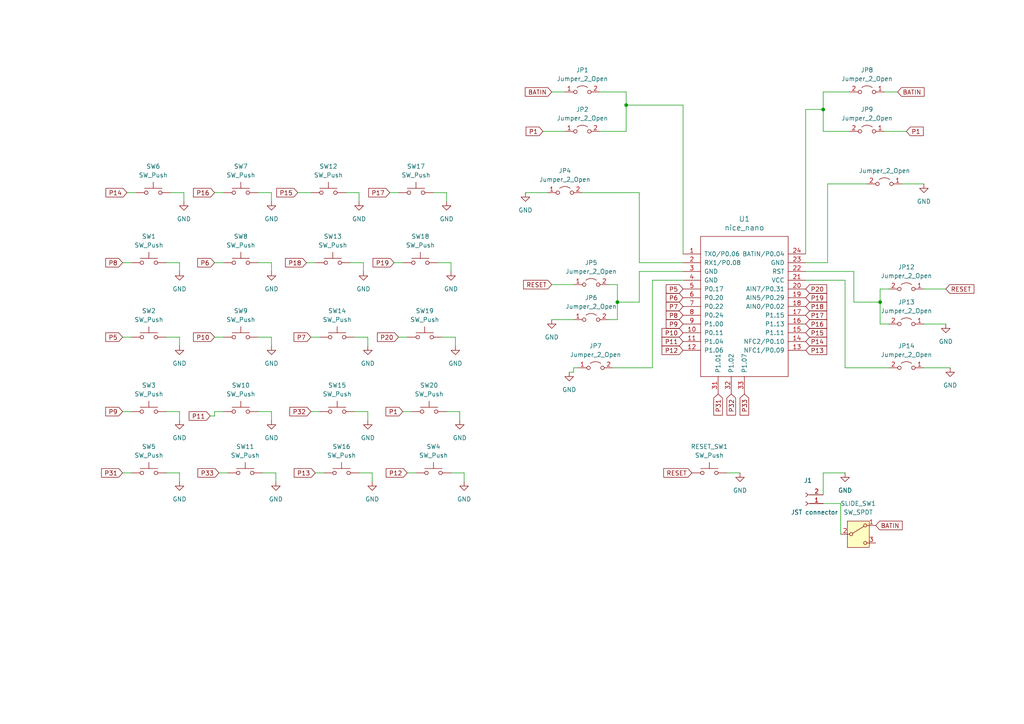
<source format=kicad_sch>
(kicad_sch (version 20230121) (generator eeschema)
  (paper "A4")
  (lib_symbols
    (symbol "Connector:Conn_01x02_Female" (pin_names (offset 1.016) hide)
      (property "Reference" "J" (at 0 2.54 0))
      (property "Value" "Conn_01x02_Female" (at 0 -5.08 0))
      (symbol "Conn_01x02_Female_1_1"
        (arc (start 0 -2.032) (mid -0.5058 -2.54) (end 0 -3.048) (stroke (width 0.1524)))
        (polyline (pts (xy -1.27 -2.54) (xy -0.508 -2.54)) (stroke (width 0.1524)))
        (polyline (pts (xy -1.27 0) (xy -0.508 0)) (stroke (width 0.1524)))
        (arc (start 0 0.508) (mid -0.5058 0) (end 0 -0.508) (stroke (width 0.1524)))
        (pin passive line (at -5.08 0 0) (length 3.81) (name "Pin_1") (number "1"))
        (pin passive line (at -5.08 -2.54 0) (length 3.81) (name "Pin_2") (number "2"))
      )
    )
    (symbol "Jumper:Jumper_2_Open" (pin_names (offset 0) hide)
      (property "Reference" "JP" (at 0 2.794 0))
      (property "Value" "Jumper_2_Open" (at 0 -2.286 0))
      (symbol "Jumper_2_Open_0_0"
        (circle (center -2.032 0) (radius 0.508))
        (circle (center 2.032 0) (radius 0.508))
      )
      (symbol "Jumper_2_Open_0_1"
        (arc (start 1.524 1.27) (mid 0 1.778) (end -1.524 1.27))
      )
      (symbol "Jumper_2_Open_1_1"
        (pin passive line (at -5.08 0 0) (length 2.54) (name "A") (number "1"))
        (pin passive line (at 5.08 0 180) (length 2.54) (name "B") (number "2"))
      )
    )
    (symbol "Switch:SW_Push" (pin_numbers hide) (pin_names (offset 1.016) hide)
      (property "Reference" "SW" (at 1.27 2.54 0))
      (property "Value" "SW_Push" (at 0 -1.524 0))
      (symbol "SW_Push_0_1"
        (circle (center -2.032 0) (radius 0.508))
        (polyline (pts (xy 0 1.27) (xy 0 3.048)))
        (polyline (pts (xy 2.54 1.27) (xy -2.54 1.27)))
        (circle (center 2.032 0) (radius 0.508))
        (pin passive line (at -5.08 0 0) (length 2.54) (name "1") (number "1"))
        (pin passive line (at 5.08 0 180) (length 2.54) (name "2") (number "2"))
      )
    )
    (symbol "Switch:SW_SPDT" (pin_names (offset 0) hide)
      (property "Reference" "SW" (at 0 5.08 0))
      (property "Value" "SW_SPDT" (at 0 -5.08 0))
      (symbol "SW_SPDT_0_1"
        (circle (center -2.032 0) (radius 0.4572))
        (polyline (pts (xy -1.651 0.254) (xy 1.651 2.286)))
        (circle (center 2.032 -2.54) (radius 0.4572))
        (circle (center 2.032 2.54) (radius 0.4572))
      )
      (symbol "SW_SPDT_1_1"
        (rectangle (start -3.175 3.81) (end 3.175 -3.81) (fill (type background)))
        (pin passive line (at 5.08 2.54 180) (length 2.54) (name "A") (number "1"))
        (pin passive line (at -5.08 0 0) (length 2.54) (name "B") (number "2"))
        (pin passive line (at 5.08 -2.54 180) (length 2.54) (name "C") (number "3"))
      )
    )
    (symbol "nice_nano:nice_nano" (pin_names (offset 1.016))
      (property "Reference" "U" (at 0 0 0))
      (property "Value" "nice_nano" (at 0 2.54 0))
      (symbol "nice_nano_0_1"
        (rectangle (start -12.7 -21.59) (end 12.7 19.05))
      )
      (symbol "nice_nano_1_1"
        (pin input line (at -17.78 13.97 0) (length 5.08) (name "TX0/P0.06") (number "1"))
        (pin input line (at -17.78 -8.89 0) (length 5.08) (name "P0.11") (number "10"))
        (pin input line (at -17.78 -11.43 0) (length 5.08) (name "P1.04") (number "11"))
        (pin input line (at -17.78 -13.97 0) (length 5.08) (name "P1.06") (number "12"))
        (pin input line (at 17.78 -13.97 180) (length 5.08) (name "NFC1/P0.09") (number "13"))
        (pin input line (at 17.78 -11.43 180) (length 5.08) (name "NFC2/P0.10") (number "14"))
        (pin input line (at 17.78 -8.89 180) (length 5.08) (name "P1.11") (number "15"))
        (pin input line (at 17.78 -6.35 180) (length 5.08) (name "P1.13") (number "16"))
        (pin input line (at 17.78 -3.81 180) (length 5.08) (name "P1.15") (number "17"))
        (pin input line (at 17.78 -1.27 180) (length 5.08) (name "AIN0/P0.02") (number "18"))
        (pin input line (at 17.78 1.27 180) (length 5.08) (name "AIN5/P0.29") (number "19"))
        (pin input line (at -17.78 11.43 0) (length 5.08) (name "RX1/P0.08") (number "2"))
        (pin input line (at 17.78 3.81 180) (length 5.08) (name "AIN7/P0.31") (number "20"))
        (pin input line (at 17.78 6.35 180) (length 5.08) (name "VCC") (number "21"))
        (pin input line (at 17.78 8.89 180) (length 5.08) (name "RST") (number "22"))
        (pin input line (at 17.78 11.43 180) (length 5.08) (name "GND") (number "23"))
        (pin input line (at 17.78 13.97 180) (length 5.08) (name "BATIN/P0.04") (number "24"))
        (pin input line (at -17.78 8.89 0) (length 5.08) (name "GND") (number "3"))
        (pin input line (at -7.62 -26.67 90) (length 5.08) (name "P1.01") (number "31"))
        (pin input line (at -3.81 -26.67 90) (length 5.08) (name "P1.02") (number "32"))
        (pin input line (at 0 -26.67 90) (length 5.08) (name "P1.07") (number "33"))
        (pin input line (at -17.78 6.35 0) (length 5.08) (name "GND") (number "4"))
        (pin input line (at -17.78 3.81 0) (length 5.08) (name "P0.17") (number "5"))
        (pin input line (at -17.78 1.27 0) (length 5.08) (name "P0.20") (number "6"))
        (pin input line (at -17.78 -1.27 0) (length 5.08) (name "P0.22") (number "7"))
        (pin input line (at -17.78 -3.81 0) (length 5.08) (name "P0.24") (number "8"))
        (pin input line (at -17.78 -6.35 0) (length 5.08) (name "P1.00") (number "9"))
      )
    )
    (symbol "power:GND" (power) (pin_names (offset 0))
      (property "Value" "GND" (at 0 -3.81 0))
      (symbol "GND_0_1"
        (polyline (pts (xy 0 0) (xy 0 -1.27) (xy 1.27 -1.27) (xy 0 -2.54) (xy -1.27 -1.27) (xy 0 -1.27)))
      )
      (symbol "GND_1_1"
        (pin power_in line (at 0 0 270) (length 0) hide (name "GND") (number "1"))
      )
    )
  )
  (junction (at 181.61 30.48))
  (junction (at 179.07 87.63))
  (junction (at 238.76 31.75))
  (junction (at 255.27 87.63))
  (wire (pts (xy 181.61 26.67) (xy 181.61 30.48)))
  (wire (pts (xy 100.33 55.88) (xy 104.14 55.88)))
  (wire (pts (xy 173.99 38.1) (xy 181.61 38.1)))
  (wire (pts (xy 233.68 73.66) (xy 233.68 31.75)))
  (wire (pts (xy 102.87 119.38) (xy 106.68 119.38)))
  (wire (pts (xy 90.17 97.79) (xy 92.71 97.79)))
  (wire (pts (xy 238.76 143.51) (xy 238.76 137.16)))
  (wire (pts (xy 114.3 76.2) (xy 116.84 76.2)))
  (wire (pts (xy 129.54 55.88) (xy 129.54 58.42)))
  (wire (pts (xy 106.68 119.38) (xy 106.68 121.92)))
  (wire (pts (xy 35.56 76.2) (xy 38.1 76.2)))
  (wire (pts (xy 62.23 120.65) (xy 62.23 119.38)))
  (wire (pts (xy 233.68 31.75) (xy 238.76 31.75)))
  (wire (pts (xy 152.4 55.88) (xy 158.75 55.88)))
  (wire (pts (xy 52.07 137.16) (xy 52.07 139.7)))
  (wire (pts (xy 189.23 81.28) (xy 198.12 81.28)))
  (wire (pts (xy 238.76 137.16) (xy 245.11 137.16)))
  (wire (pts (xy 107.95 137.16) (xy 107.95 139.7)))
  (wire (pts (xy 198.12 73.66) (xy 198.12 30.48)))
  (wire (pts (xy 130.81 137.16) (xy 134.62 137.16)))
  (wire (pts (xy 134.62 137.16) (xy 134.62 139.7)))
  (wire (pts (xy 125.73 55.88) (xy 129.54 55.88)))
  (wire (pts (xy 52.07 97.79) (xy 52.07 100.33)))
  (wire (pts (xy 60.96 120.65) (xy 62.23 120.65)))
  (wire (pts (xy 49.53 55.88) (xy 53.34 55.88)))
  (wire (pts (xy 245.11 81.28) (xy 245.11 106.68)))
  (wire (pts (xy 91.44 137.16) (xy 93.98 137.16)))
  (wire (pts (xy 48.26 76.2) (xy 52.07 76.2)))
  (wire (pts (xy 62.23 119.38) (xy 64.77 119.38)))
  (wire (pts (xy 179.07 82.55) (xy 179.07 87.63)))
  (wire (pts (xy 166.37 106.68) (xy 167.64 106.68)))
  (wire (pts (xy 80.01 137.16) (xy 80.01 139.7)))
  (wire (pts (xy 128.27 97.79) (xy 132.08 97.79)))
  (wire (pts (xy 240.03 53.34) (xy 251.46 53.34)))
  (wire (pts (xy 86.36 55.88) (xy 90.17 55.88)))
  (wire (pts (xy 105.41 76.2) (xy 105.41 78.74)))
  (wire (pts (xy 53.34 55.88) (xy 53.34 58.42)))
  (wire (pts (xy 39.37 55.88) (xy 36.83 55.88)))
  (wire (pts (xy 198.12 76.2) (xy 185.42 76.2)))
  (wire (pts (xy 179.07 87.63) (xy 179.07 92.71)))
  (wire (pts (xy 238.76 146.05) (xy 243.84 146.05)))
  (wire (pts (xy 78.74 55.88) (xy 78.74 58.42)))
  (wire (pts (xy 129.54 119.38) (xy 133.35 119.38)))
  (wire (pts (xy 78.74 97.79) (xy 78.74 100.33)))
  (wire (pts (xy 90.17 119.38) (xy 92.71 119.38)))
  (wire (pts (xy 113.03 55.88) (xy 115.57 55.88)))
  (wire (pts (xy 247.65 87.63) (xy 247.65 78.74)))
  (wire (pts (xy 177.8 106.68) (xy 189.23 106.68)))
  (wire (pts (xy 78.74 119.38) (xy 78.74 121.92)))
  (wire (pts (xy 181.61 38.1) (xy 181.61 30.48)))
  (wire (pts (xy 78.74 76.2) (xy 78.74 78.74)))
  (wire (pts (xy 62.23 55.88) (xy 64.77 55.88)))
  (wire (pts (xy 115.57 97.79) (xy 118.11 97.79)))
  (wire (pts (xy 267.97 53.34) (xy 261.62 53.34)))
  (wire (pts (xy 132.08 97.79) (xy 132.08 100.33)))
  (wire (pts (xy 35.56 97.79) (xy 38.1 97.79)))
  (wire (pts (xy 255.27 87.63) (xy 255.27 93.98)))
  (wire (pts (xy 74.93 119.38) (xy 78.74 119.38)))
  (wire (pts (xy 35.56 137.16) (xy 38.1 137.16)))
  (wire (pts (xy 116.84 119.38) (xy 119.38 119.38)))
  (wire (pts (xy 233.68 78.74) (xy 247.65 78.74)))
  (wire (pts (xy 52.07 76.2) (xy 52.07 78.74)))
  (wire (pts (xy 101.6 76.2) (xy 105.41 76.2)))
  (wire (pts (xy 255.27 83.82) (xy 255.27 87.63)))
  (wire (pts (xy 185.42 87.63) (xy 179.07 87.63)))
  (wire (pts (xy 185.42 78.74) (xy 185.42 87.63)))
  (wire (pts (xy 63.5 137.16) (xy 66.04 137.16)))
  (wire (pts (xy 62.23 97.79) (xy 64.77 97.79)))
  (wire (pts (xy 165.1 107.95) (xy 166.37 107.95)))
  (wire (pts (xy 157.48 38.1) (xy 163.83 38.1)))
  (wire (pts (xy 189.23 106.68) (xy 189.23 81.28)))
  (wire (pts (xy 243.84 146.05) (xy 243.84 154.94)))
  (wire (pts (xy 106.68 97.79) (xy 106.68 100.33)))
  (wire (pts (xy 35.56 119.38) (xy 38.1 119.38)))
  (wire (pts (xy 262.89 38.1) (xy 256.54 38.1)))
  (wire (pts (xy 185.42 76.2) (xy 185.42 55.88)))
  (wire (pts (xy 233.68 81.28) (xy 245.11 81.28)))
  (wire (pts (xy 257.81 93.98) (xy 255.27 93.98)))
  (wire (pts (xy 238.76 26.67) (xy 238.76 31.75)))
  (wire (pts (xy 48.26 119.38) (xy 52.07 119.38)))
  (wire (pts (xy 240.03 76.2) (xy 240.03 53.34)))
  (wire (pts (xy 246.38 26.67) (xy 238.76 26.67)))
  (wire (pts (xy 76.2 137.16) (xy 80.01 137.16)))
  (wire (pts (xy 238.76 31.75) (xy 238.76 38.1)))
  (wire (pts (xy 176.53 92.71) (xy 179.07 92.71)))
  (wire (pts (xy 214.63 137.16) (xy 210.82 137.16)))
  (wire (pts (xy 260.35 26.67) (xy 256.54 26.67)))
  (wire (pts (xy 48.26 137.16) (xy 52.07 137.16)))
  (wire (pts (xy 176.53 82.55) (xy 179.07 82.55)))
  (wire (pts (xy 247.65 87.63) (xy 255.27 87.63)))
  (wire (pts (xy 74.93 55.88) (xy 78.74 55.88)))
  (wire (pts (xy 74.93 97.79) (xy 78.74 97.79)))
  (wire (pts (xy 233.68 76.2) (xy 240.03 76.2)))
  (wire (pts (xy 168.91 55.88) (xy 185.42 55.88)))
  (wire (pts (xy 274.32 83.82) (xy 267.97 83.82)))
  (wire (pts (xy 118.11 137.16) (xy 120.65 137.16)))
  (wire (pts (xy 104.14 137.16) (xy 107.95 137.16)))
  (wire (pts (xy 48.26 97.79) (xy 52.07 97.79)))
  (wire (pts (xy 198.12 78.74) (xy 185.42 78.74)))
  (wire (pts (xy 166.37 107.95) (xy 166.37 106.68)))
  (wire (pts (xy 74.93 76.2) (xy 78.74 76.2)))
  (wire (pts (xy 160.02 92.71) (xy 166.37 92.71)))
  (wire (pts (xy 102.87 97.79) (xy 106.68 97.79)))
  (wire (pts (xy 257.81 83.82) (xy 255.27 83.82)))
  (wire (pts (xy 267.97 106.68) (xy 275.59 106.68)))
  (wire (pts (xy 133.35 119.38) (xy 133.35 121.92)))
  (wire (pts (xy 160.02 26.67) (xy 163.83 26.67)))
  (wire (pts (xy 130.81 76.2) (xy 130.81 78.74)))
  (wire (pts (xy 62.23 76.2) (xy 64.77 76.2)))
  (wire (pts (xy 246.38 38.1) (xy 238.76 38.1)))
  (wire (pts (xy 173.99 26.67) (xy 181.61 26.67)))
  (wire (pts (xy 245.11 106.68) (xy 257.81 106.68)))
  (wire (pts (xy 52.07 119.38) (xy 52.07 121.92)))
  (wire (pts (xy 104.14 55.88) (xy 104.14 58.42)))
  (wire (pts (xy 274.32 93.98) (xy 267.97 93.98)))
  (wire (pts (xy 181.61 30.48) (xy 198.12 30.48)))
  (wire (pts (xy 88.9 76.2) (xy 91.44 76.2)))
  (wire (pts (xy 127 76.2) (xy 130.81 76.2)))
  (wire (pts (xy 160.02 82.55) (xy 166.37 82.55)))
  (global_label "P1" (shape input) (at 116.84 119.38 180) (property "Intersheetrefs" "${INTERSHEET_REFS}" (effects hide)))
  (global_label "P16" (shape input) (at 233.68 93.98 0) (property "Intersheetrefs" "${INTERSHEET_REFS}" (effects hide)))
  (global_label "P19" (shape input) (at 233.68 86.36 0) (property "Intersheetrefs" "${INTERSHEET_REFS}" (effects hide)))
  (global_label "P8" (shape input) (at 35.56 76.2 180) (property "Intersheetrefs" "${INTERSHEET_REFS}" (effects hide)))
  (global_label "BATIN" (shape input) (at 160.02 26.67 180) (property "Intersheetrefs" "${INTERSHEET_REFS}" (effects hide)))
  (global_label "P7" (shape input) (at 198.12 88.9 180) (property "Intersheetrefs" "${INTERSHEET_REFS}" (effects hide)))
  (global_label "P14" (shape input) (at 36.83 55.88 180) (property "Intersheetrefs" "${INTERSHEET_REFS}" (effects hide)))
  (global_label "P17" (shape input) (at 113.03 55.88 180) (property "Intersheetrefs" "${INTERSHEET_REFS}" (effects hide)))
  (global_label "P1" (shape input) (at 157.48 38.1 180) (property "Intersheetrefs" "${INTERSHEET_REFS}" (effects hide)))
  (global_label "P16" (shape input) (at 62.23 55.88 180) (property "Intersheetrefs" "${INTERSHEET_REFS}" (effects hide)))
  (global_label "P18" (shape input) (at 88.9 76.2 180) (property "Intersheetrefs" "${INTERSHEET_REFS}" (effects hide)))
  (global_label "RESET" (shape input) (at 274.32 83.82 0) (property "Intersheetrefs" "${INTERSHEET_REFS}" (effects hide)))
  (global_label "P12" (shape input) (at 198.12 101.6 180) (property "Intersheetrefs" "${INTERSHEET_REFS}" (effects hide)))
  (global_label "P6" (shape input) (at 62.23 76.2 180) (property "Intersheetrefs" "${INTERSHEET_REFS}" (effects hide)))
  (global_label "P15" (shape input) (at 233.68 96.52 0) (property "Intersheetrefs" "${INTERSHEET_REFS}" (effects hide)))
  (global_label "RESET" (shape input) (at 160.02 82.55 180) (property "Intersheetrefs" "${INTERSHEET_REFS}" (effects hide)))
  (global_label "P1" (shape input) (at 262.89 38.1 0) (property "Intersheetrefs" "${INTERSHEET_REFS}" (effects hide)))
  (global_label "BATIN" (shape input) (at 254 152.4 0) (property "Intersheetrefs" "${INTERSHEET_REFS}" (effects hide)))
  (global_label "P19" (shape input) (at 114.3 76.2 180) (property "Intersheetrefs" "${INTERSHEET_REFS}" (effects hide)))
  (global_label "P10" (shape input) (at 62.23 97.79 180) (property "Intersheetrefs" "${INTERSHEET_REFS}" (effects hide)))
  (global_label "RESET" (shape input) (at 200.66 137.16 180) (property "Intersheetrefs" "${INTERSHEET_REFS}" (effects hide)))
  (global_label "P12" (shape input) (at 118.11 137.16 180) (property "Intersheetrefs" "${INTERSHEET_REFS}" (effects hide)))
  (global_label "P20" (shape input) (at 115.57 97.79 180) (property "Intersheetrefs" "${INTERSHEET_REFS}" (effects hide)))
  (global_label "P11" (shape input) (at 60.96 120.65 180) (property "Intersheetrefs" "${INTERSHEET_REFS}" (effects hide)))
  (global_label "P6" (shape input) (at 198.12 86.36 180) (property "Intersheetrefs" "${INTERSHEET_REFS}" (effects hide)))
  (global_label "P18" (shape input) (at 233.68 88.9 0) (property "Intersheetrefs" "${INTERSHEET_REFS}" (effects hide)))
  (global_label "P13" (shape input) (at 233.68 101.6 0) (property "Intersheetrefs" "${INTERSHEET_REFS}" (effects hide)))
  (global_label "P7" (shape input) (at 90.17 97.79 180) (property "Intersheetrefs" "${INTERSHEET_REFS}" (effects hide)))
  (global_label "P9" (shape input) (at 198.12 93.98 180) (property "Intersheetrefs" "${INTERSHEET_REFS}" (effects hide)))
  (global_label "P11" (shape input) (at 198.12 99.06 180) (property "Intersheetrefs" "${INTERSHEET_REFS}" (effects hide)))
  (global_label "P9" (shape input) (at 35.56 119.38 180) (property "Intersheetrefs" "${INTERSHEET_REFS}" (effects hide)))
  (global_label "P33" (shape input) (at 215.9 114.3 270) (property "Intersheetrefs" "${INTERSHEET_REFS}" (effects hide)))
  (global_label "BATIN" (shape input) (at 260.35 26.67 0) (property "Intersheetrefs" "${INTERSHEET_REFS}" (effects hide)))
  (global_label "P31" (shape input) (at 35.56 137.16 180) (property "Intersheetrefs" "${INTERSHEET_REFS}" (effects hide)))
  (global_label "P33" (shape input) (at 63.5 137.16 180) (property "Intersheetrefs" "${INTERSHEET_REFS}" (effects hide)))
  (global_label "P17" (shape input) (at 233.68 91.44 0) (property "Intersheetrefs" "${INTERSHEET_REFS}" (effects hide)))
  (global_label "P20" (shape input) (at 233.68 83.82 0) (property "Intersheetrefs" "${INTERSHEET_REFS}" (effects hide)))
  (global_label "P31" (shape input) (at 208.28 114.3 270) (property "Intersheetrefs" "${INTERSHEET_REFS}" (effects hide)))
  (global_label "P14" (shape input) (at 233.68 99.06 0) (property "Intersheetrefs" "${INTERSHEET_REFS}" (effects hide)))
  (global_label "P32" (shape input) (at 90.17 119.38 180) (property "Intersheetrefs" "${INTERSHEET_REFS}" (effects hide)))
  (global_label "P13" (shape input) (at 91.44 137.16 180) (property "Intersheetrefs" "${INTERSHEET_REFS}" (effects hide)))
  (global_label "P5" (shape input) (at 35.56 97.79 180) (property "Intersheetrefs" "${INTERSHEET_REFS}" (effects hide)))
  (global_label "P5" (shape input) (at 198.12 83.82 180) (property "Intersheetrefs" "${INTERSHEET_REFS}" (effects hide)))
  (global_label "P15" (shape input) (at 86.36 55.88 180) (property "Intersheetrefs" "${INTERSHEET_REFS}" (effects hide)))
  (global_label "P8" (shape input) (at 198.12 91.44 180) (property "Intersheetrefs" "${INTERSHEET_REFS}" (effects hide)))
  (global_label "P10" (shape input) (at 198.12 96.52 180) (property "Intersheetrefs" "${INTERSHEET_REFS}" (effects hide)))
  (global_label "P32" (shape input) (at 212.09 114.3 270) (property "Intersheetrefs" "${INTERSHEET_REFS}" (effects hide)))
  (symbol (lib_id "power:GND") (at 245.11 137.16 0) (unit 1)
    (property "Reference" "#PWR026" (effects hide))
    (property "Value" "GND" (at 245.11 142.24 0))
  )
  (symbol (lib_id "Jumper:Jumper_2_Open") (at 168.91 26.67 0) (unit 1)
    (property "Reference" "JP1" (at 168.91 20.32 0))
    (property "Value" "Jumper_2_Open" (at 168.91 22.86 0))
    (property "Footprint" "footprints:Jumper_Open_0.8mm" (effects hide))
  )
  (symbol (lib_id "Switch:SW_Push") (at 99.06 137.16 0) (unit 1)
    (property "Reference" "SW16" (at 99.06 129.54 0))
    (property "Value" "SW_Push" (at 99.06 132.08 0))
    (property "Footprint" "footprints:Kailh_socket_MX_reversible_1U" (effects hide))
  )
  (symbol (lib_id "Switch:SW_Push") (at 43.18 76.2 0) (unit 1)
    (property "Reference" "SW1" (at 43.18 68.58 0))
    (property "Value" "SW_Push" (at 43.18 71.12 0))
    (property "Footprint" "footprints:Kailh_socket_MX_reversible_1U" (effects hide))
  )
  (symbol (lib_id "power:GND") (at 106.68 100.33 0) (unit 1)
    (property "Reference" "#PWR014" (effects hide))
    (property "Value" "GND" (at 106.68 105.41 0))
  )
  (symbol (lib_id "power:GND") (at 52.07 100.33 0) (unit 1)
    (property "Reference" "#PWR02" (effects hide))
    (property "Value" "GND" (at 52.07 105.41 0))
  )
  (symbol (lib_id "Switch:SW_Push") (at 123.19 97.79 0) (unit 1)
    (property "Reference" "SW19" (at 123.19 90.17 0))
    (property "Value" "SW_Push" (at 123.19 92.71 0))
    (property "Footprint" "footprints:Kailh_socket_MX_reversible_1_25U" (effects hide))
  )
  (symbol (lib_id "nice_nano:nice_nano") (at 215.9 87.63 0) (unit 1)
    (property "Reference" "U1" (at 215.9 63.5 0) (effects (font (size 1.524 1.524))))
    (property "Value" "nice_nano" (at 215.9 66.04 0) (effects (font (size 1.524 1.524))))
    (property "Footprint" "footprints:nice_nano" (effects hide))
  )
  (symbol (lib_id "power:GND") (at 52.07 139.7 0) (unit 1)
    (property "Reference" "#PWR05" (effects hide))
    (property "Value" "GND" (at 52.07 144.78 0))
  )
  (symbol (lib_id "power:GND") (at 52.07 78.74 0) (unit 1)
    (property "Reference" "#PWR01" (effects hide))
    (property "Value" "GND" (at 52.07 83.82 0))
  )
  (symbol (lib_id "Switch:SW_Push") (at 43.18 119.38 0) (unit 1)
    (property "Reference" "SW3" (at 43.18 111.76 0))
    (property "Value" "SW_Push" (at 43.18 114.3 0))
    (property "Footprint" "footprints:Kailh_socket_MX_reversible_1U" (effects hide))
  )
  (symbol (lib_id "Jumper:Jumper_2_Open") (at 163.83 55.88 0) (unit 1)
    (property "Reference" "JP4" (at 163.83 49.53 0))
    (property "Value" "Jumper_2_Open" (at 163.83 52.07 0))
    (property "Footprint" "footprints:Jumper_Open_0.5mm" (effects hide))
  )
  (symbol (lib_id "Switch:SW_Push") (at 121.92 76.2 0) (unit 1)
    (property "Reference" "SW18" (at 121.92 68.58 0))
    (property "Value" "SW_Push" (at 121.92 71.12 0))
    (property "Footprint" "footprints:Kailh_socket_MX_reversible_1_25U" (effects hide))
  )
  (symbol (lib_id "power:GND") (at 165.1 107.95 0) (unit 1)
    (property "Reference" "#PWR024" (effects hide))
    (property "Value" "GND" (at 165.1 113.03 0))
  )
  (symbol (lib_id "Switch:SW_Push") (at 124.46 119.38 0) (unit 1)
    (property "Reference" "SW20" (at 124.46 111.76 0))
    (property "Value" "SW_Push" (at 124.46 114.3 0))
    (property "Footprint" "footprints:Kailh_socket_MX_reversible_1_25U" (effects hide))
  )
  (symbol (lib_id "power:GND") (at 52.07 121.92 0) (unit 1)
    (property "Reference" "#PWR03" (effects hide))
    (property "Value" "GND" (at 52.07 127 0))
  )
  (symbol (lib_id "Jumper:Jumper_2_Open") (at 256.54 53.34 0) (mirror y) (unit 1)
    (property "Reference" "JP11" (effects hide))
    (property "Value" "Jumper_2_Open" (at 256.54 49.53 0))
    (property "Footprint" "footprints:Jumper_Open_0.5mm" (effects hide))
  )
  (symbol (lib_id "Jumper:Jumper_2_Open") (at 251.46 26.67 0) (mirror y) (unit 1)
    (property "Reference" "JP8" (at 251.46 20.32 0))
    (property "Value" "Jumper_2_Open" (at 251.46 22.86 0))
    (property "Footprint" "footprints:Jumper_Open_0.8mm" (effects hide))
  )
  (symbol (lib_id "Switch:SW_Push") (at 44.45 55.88 0) (unit 1)
    (property "Reference" "SW6" (at 44.45 48.26 0))
    (property "Value" "SW_Push" (at 44.45 50.8 0))
    (property "Footprint" "footprints:Kailh_socket_MX_reversible_1U" (effects hide))
  )
  (symbol (lib_id "power:GND") (at 160.02 92.71 0) (unit 1)
    (property "Reference" "#PWR023" (effects hide))
    (property "Value" "GND" (at 160.02 97.79 0))
  )
  (symbol (lib_id "Jumper:Jumper_2_Open") (at 262.89 93.98 0) (mirror y) (unit 1)
    (property "Reference" "JP13" (at 262.89 87.63 0))
    (property "Value" "Jumper_2_Open" (at 262.89 90.17 0))
    (property "Footprint" "footprints:Jumper_Open_0.5mm" (effects hide))
  )
  (symbol (lib_id "Switch:SW_Push") (at 95.25 55.88 0) (unit 1)
    (property "Reference" "SW12" (at 95.25 48.26 0))
    (property "Value" "SW_Push" (at 95.25 50.8 0))
    (property "Footprint" "footprints:Kailh_socket_MX_reversible_1U" (effects hide))
  )
  (symbol (lib_id "Switch:SW_Push") (at 120.65 55.88 0) (unit 1)
    (property "Reference" "SW17" (at 120.65 48.26 0))
    (property "Value" "SW_Push" (at 120.65 50.8 0))
    (property "Footprint" "footprints:Kailh_socket_MX_reversible_1U" (effects hide))
  )
  (symbol (lib_id "Jumper:Jumper_2_Open") (at 171.45 82.55 0) (unit 1)
    (property "Reference" "JP5" (at 171.45 76.2 0))
    (property "Value" "Jumper_2_Open" (at 171.45 78.74 0))
    (property "Footprint" "footprints:Jumper_Open_0.5mm" (effects hide))
  )
  (symbol (lib_id "power:GND") (at 129.54 58.42 0) (unit 1)
    (property "Reference" "#PWR017" (effects hide))
    (property "Value" "GND" (at 129.54 63.5 0))
  )
  (symbol (lib_id "power:GND") (at 78.74 78.74 0) (unit 1)
    (property "Reference" "#PWR08" (effects hide))
    (property "Value" "GND" (at 78.74 83.82 0))
  )
  (symbol (lib_id "Switch:SW_Push") (at 125.73 137.16 0) (unit 1)
    (property "Reference" "SW4" (at 125.73 129.54 0))
    (property "Value" "SW_Push" (at 125.73 132.08 0))
    (property "Footprint" "footprints:Kailh_socket_MX_reversible_1U" (effects hide))
  )
  (symbol (lib_id "Switch:SW_Push") (at 43.18 137.16 0) (unit 1)
    (property "Reference" "SW5" (at 43.18 129.54 0))
    (property "Value" "SW_Push" (at 43.18 132.08 0))
    (property "Footprint" "footprints:Kailh_socket_MX_reversible_1U" (effects hide))
  )
  (symbol (lib_id "power:GND") (at 78.74 121.92 0) (unit 1)
    (property "Reference" "#PWR010" (effects hide))
    (property "Value" "GND" (at 78.74 127 0))
  )
  (symbol (lib_id "power:GND") (at 132.08 100.33 0) (unit 1)
    (property "Reference" "#PWR019" (effects hide))
    (property "Value" "GND" (at 132.08 105.41 0))
  )
  (symbol (lib_id "power:GND") (at 267.97 53.34 0) (mirror y) (unit 1)
    (property "Reference" "#PWR027" (effects hide))
    (property "Value" "GND" (at 267.97 58.42 0))
  )
  (symbol (lib_id "Switch:SW_Push") (at 69.85 76.2 0) (unit 1)
    (property "Reference" "SW8" (at 69.85 68.58 0))
    (property "Value" "SW_Push" (at 69.85 71.12 0))
    (property "Footprint" "footprints:Kailh_socket_MX_reversible_1_25U" (effects hide))
  )
  (symbol (lib_id "Jumper:Jumper_2_Open") (at 251.46 38.1 0) (mirror y) (unit 1)
    (property "Reference" "JP9" (at 251.46 31.75 0))
    (property "Value" "Jumper_2_Open" (at 251.46 34.29 0))
    (property "Footprint" "footprints:Jumper_Open_0.8mm" (effects hide))
  )
  (symbol (lib_id "power:GND") (at 106.68 121.92 0) (unit 1)
    (property "Reference" "#PWR015" (effects hide))
    (property "Value" "GND" (at 106.68 127 0))
  )
  (symbol (lib_id "power:GND") (at 78.74 58.42 0) (unit 1)
    (property "Reference" "#PWR07" (effects hide))
    (property "Value" "GND" (at 78.74 63.5 0))
  )
  (symbol (lib_id "power:GND") (at 78.74 100.33 0) (unit 1)
    (property "Reference" "#PWR09" (effects hide))
    (property "Value" "GND" (at 78.74 105.41 0))
  )
  (symbol (lib_id "Switch:SW_Push") (at 96.52 76.2 0) (unit 1)
    (property "Reference" "SW13" (at 96.52 68.58 0))
    (property "Value" "SW_Push" (at 96.52 71.12 0))
    (property "Footprint" "footprints:Kailh_socket_MX_reversible_1U" (effects hide))
  )
  (symbol (lib_id "power:GND") (at 134.62 139.7 0) (unit 1)
    (property "Reference" "#PWR021" (effects hide))
    (property "Value" "GND" (at 134.62 144.78 0))
  )
  (symbol (lib_id "power:GND") (at 274.32 93.98 0) (mirror y) (unit 1)
    (property "Reference" "#PWR028" (effects hide))
    (property "Value" "GND" (at 274.32 99.06 0))
  )
  (symbol (lib_id "Switch:SW_Push") (at 69.85 97.79 0) (unit 1)
    (property "Reference" "SW9" (at 69.85 90.17 0))
    (property "Value" "SW_Push" (at 69.85 92.71 0))
    (property "Footprint" "footprints:Kailh_socket_MX_reversible_1U" (effects hide))
  )
  (symbol (lib_id "power:GND") (at 80.01 139.7 0) (unit 1)
    (property "Reference" "#PWR011" (effects hide))
    (property "Value" "GND" (at 80.01 144.78 0))
  )
  (symbol (lib_id "power:GND") (at 130.81 78.74 0) (unit 1)
    (property "Reference" "#PWR018" (effects hide))
    (property "Value" "GND" (at 130.81 83.82 0))
  )
  (symbol (lib_id "Switch:SW_Push") (at 71.12 137.16 0) (unit 1)
    (property "Reference" "SW11" (at 71.12 129.54 0))
    (property "Value" "SW_Push" (at 71.12 132.08 0))
    (property "Footprint" "footprints:Kailh_socket_MX_reversible_1U" (effects hide))
  )
  (symbol (lib_id "power:GND") (at 275.59 106.68 0) (mirror y) (unit 1)
    (property "Reference" "#PWR029" (effects hide))
    (property "Value" "GND" (at 275.59 111.76 0))
  )
  (symbol (lib_id "Switch:SW_Push") (at 69.85 119.38 0) (unit 1)
    (property "Reference" "SW10" (at 69.85 111.76 0))
    (property "Value" "SW_Push" (at 69.85 114.3 0))
    (property "Footprint" "footprints:Kailh_socket_MX_reversible_1U" (effects hide))
  )
  (symbol (lib_id "power:GND") (at 133.35 121.92 0) (unit 1)
    (property "Reference" "#PWR020" (effects hide))
    (property "Value" "GND" (at 133.35 127 0))
  )
  (symbol (lib_id "Connector:Conn_01x02_Female") (at 233.68 146.05 180) (unit 1)
    (property "Reference" "J1" (at 234.315 139.353 0))
    (property "Value" "JST connector" (at 236.22 148.59 0))
    (property "Footprint" "footprints:power_connector" (effects hide))
  )
  (symbol (lib_id "Switch:SW_Push") (at 69.85 55.88 0) (unit 1)
    (property "Reference" "SW7" (at 69.85 48.26 0))
    (property "Value" "SW_Push" (at 69.85 50.8 0))
    (property "Footprint" "footprints:Kailh_socket_MX_reversible_1U" (effects hide))
  )
  (symbol (lib_id "Switch:SW_Push") (at 97.79 119.38 0) (unit 1)
    (property "Reference" "SW15" (at 97.79 111.76 0))
    (property "Value" "SW_Push" (at 97.79 114.3 0))
    (property "Footprint" "footprints:Kailh_socket_MX_reversible_1U" (effects hide))
  )
  (symbol (lib_id "Switch:SW_Push") (at 43.18 97.79 0) (unit 1)
    (property "Reference" "SW2" (at 43.18 90.17 0))
    (property "Value" "SW_Push" (at 43.18 92.71 0))
    (property "Footprint" "footprints:Kailh_socket_MX_reversible_1U" (effects hide))
  )
  (symbol (lib_id "power:GND") (at 53.34 58.42 0) (unit 1)
    (property "Reference" "#PWR06" (effects hide))
    (property "Value" "GND" (at 53.34 63.5 0))
  )
  (symbol (lib_id "Switch:SW_SPDT") (at 248.92 154.94 0) (unit 1)
    (property "Reference" "SLIDE_SW1" (at 248.92 146.05 0))
    (property "Value" "SW_SPDT" (at 248.92 148.59 0))
    (property "Footprint" "footprints:slide_switch_5mm" (effects hide))
  )
  (symbol (lib_id "power:GND") (at 105.41 78.74 0) (unit 1)
    (property "Reference" "#PWR013" (effects hide))
    (property "Value" "GND" (at 105.41 83.82 0))
  )
  (symbol (lib_id "power:GND") (at 214.63 137.16 0) (unit 1)
    (property "Reference" "#PWR025" (effects hide))
    (property "Value" "GND" (at 214.63 142.24 0))
  )
  (symbol (lib_id "Jumper:Jumper_2_Open") (at 171.45 92.71 0) (unit 1)
    (property "Reference" "JP6" (at 171.45 86.36 0))
    (property "Value" "Jumper_2_Open" (at 171.45 88.9 0))
    (property "Footprint" "footprints:Jumper_Open_0.5mm" (effects hide))
  )
  (symbol (lib_id "Jumper:Jumper_2_Open") (at 262.89 83.82 0) (mirror y) (unit 1)
    (property "Reference" "JP12" (at 262.89 77.47 0))
    (property "Value" "Jumper_2_Open" (at 262.89 80.01 0))
    (property "Footprint" "footprints:Jumper_Open_0.5mm" (effects hide))
  )
  (symbol (lib_id "Switch:SW_Push") (at 205.74 137.16 0) (unit 1)
    (property "Reference" "RESET_SW1" (at 205.74 129.54 0))
    (property "Value" "SW_Push" (at 205.74 132.08 0))
    (property "Footprint" "Button_Switch_THT:SW_PUSH_6mm" (effects hide))
  )
  (symbol (lib_id "Jumper:Jumper_2_Open") (at 262.89 106.68 0) (mirror y) (unit 1)
    (property "Reference" "JP14" (at 262.89 100.33 0))
    (property "Value" "Jumper_2_Open" (at 262.89 102.87 0))
    (property "Footprint" "footprints:Jumper_Open_0.5mm" (effects hide))
  )
  (symbol (lib_id "power:GND") (at 152.4 55.88 0) (unit 1)
    (property "Reference" "#PWR022" (effects hide))
    (property "Value" "GND" (at 152.4 60.96 0))
  )
  (symbol (lib_id "power:GND") (at 107.95 139.7 0) (unit 1)
    (property "Reference" "#PWR016" (effects hide))
    (property "Value" "GND" (at 107.95 144.78 0))
  )
  (symbol (lib_id "Switch:SW_Push") (at 97.79 97.79 0) (unit 1)
    (property "Reference" "SW14" (at 97.79 90.17 0))
    (property "Value" "SW_Push" (at 97.79 92.71 0))
    (property "Footprint" "footprints:Kailh_socket_MX_reversible_1U" (effects hide))
  )
  (symbol (lib_id "Jumper:Jumper_2_Open") (at 168.91 38.1 0) (unit 1)
    (property "Reference" "JP2" (at 168.91 31.75 0))
    (property "Value" "Jumper_2_Open" (at 168.91 34.29 0))
    (property "Footprint" "footprints:Jumper_Open_0.8mm" (effects hide))
  )
  (symbol (lib_id "Jumper:Jumper_2_Open") (at 172.72 106.68 0) (unit 1)
    (property "Reference" "JP7" (at 172.72 100.33 0))
    (property "Value" "Jumper_2_Open" (at 172.72 102.87 0))
    (property "Footprint" "footprints:Jumper_Open_0.5mm" (effects hide))
  )
  (symbol (lib_id "power:GND") (at 104.14 58.42 0) (unit 1)
    (property "Reference" "#PWR012" (effects hide))
    (property "Value" "GND" (at 104.14 63.5 0))
  )
)
</source>
